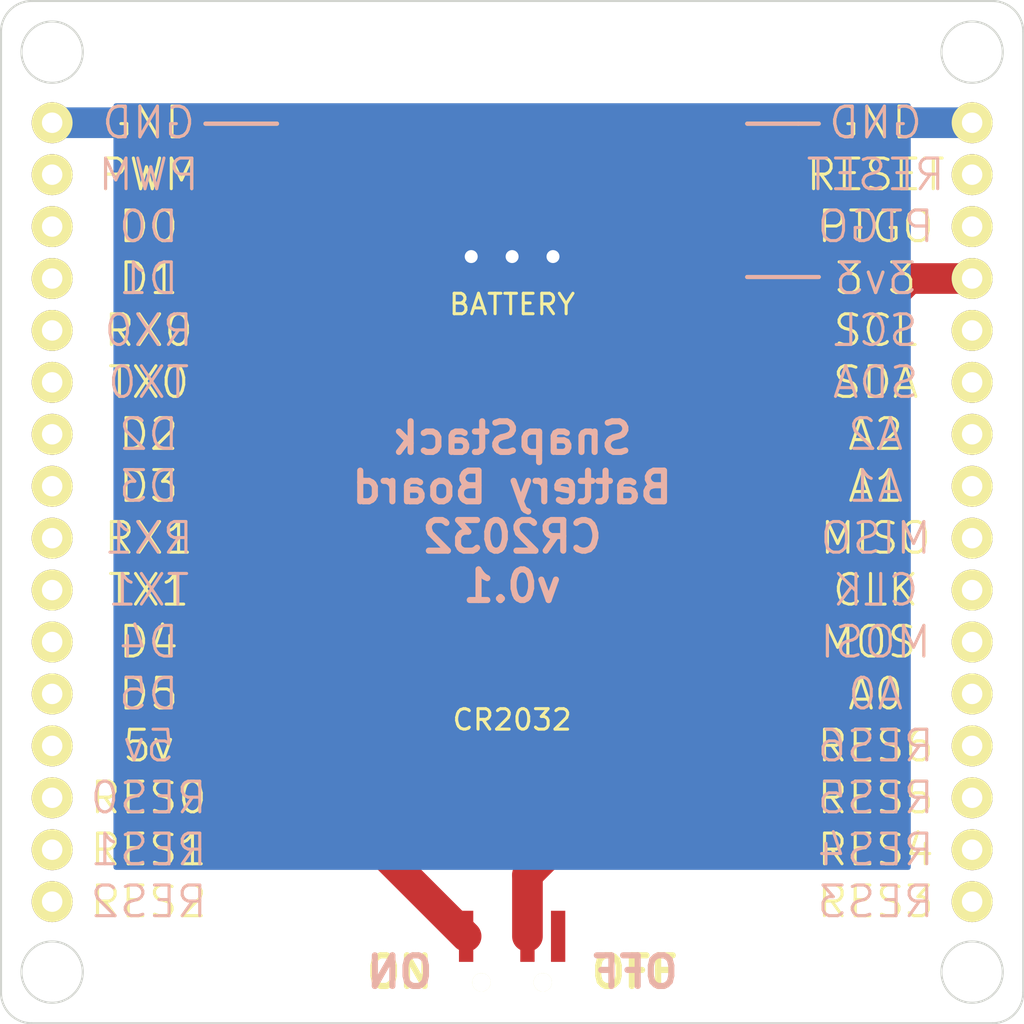
<source format=kicad_pcb>
(kicad_pcb (version 4) (host pcbnew "(2014-12-04 BZR 5312)-product")

  (general
    (links 5)
    (no_connects 0)
    (area 123.449999 79.949999 173.550001 130.050001)
    (thickness 1.6)
    (drawings 25)
    (tracks 22)
    (zones 0)
    (modules 3)
    (nets 33)
  )

  (page A4)
  (layers
    (0 F.Cu signal hide)
    (31 B.Cu signal hide)
    (32 B.Adhes user)
    (33 F.Adhes user)
    (34 B.Paste user)
    (35 F.Paste user)
    (36 B.SilkS user)
    (37 F.SilkS user)
    (38 B.Mask user)
    (39 F.Mask user)
    (40 Dwgs.User user)
    (41 Cmts.User user)
    (42 Eco1.User user)
    (43 Eco2.User user)
    (44 Edge.Cuts user)
    (45 Margin user)
    (46 B.CrtYd user)
    (47 F.CrtYd user)
    (48 B.Fab user)
    (49 F.Fab user)
  )

  (setup
    (last_trace_width 0.254)
    (trace_clearance 0.254)
    (zone_clearance 0.508)
    (zone_45_only no)
    (trace_min 0.254)
    (segment_width 0.2)
    (edge_width 0.1)
    (via_size 0.889)
    (via_drill 0.635)
    (via_min_size 0.889)
    (via_min_drill 0.508)
    (uvia_size 0.508)
    (uvia_drill 0.127)
    (uvias_allowed no)
    (uvia_min_size 0.508)
    (uvia_min_drill 0.127)
    (pcb_text_width 0.3)
    (pcb_text_size 1.5 1.5)
    (mod_edge_width 0.15)
    (mod_text_size 1 1)
    (mod_text_width 0.15)
    (pad_size 0.7 2.5)
    (pad_drill 0)
    (pad_to_mask_clearance 0)
    (aux_axis_origin 0 0)
    (visible_elements 7FFFFFFF)
    (pcbplotparams
      (layerselection 0x00030_80000001)
      (usegerberextensions false)
      (excludeedgelayer true)
      (linewidth 0.100000)
      (plotframeref false)
      (viasonmask false)
      (mode 1)
      (useauxorigin false)
      (hpglpennumber 1)
      (hpglpenspeed 20)
      (hpglpendiameter 15)
      (hpglpenoverlay 2)
      (psnegative false)
      (psa4output false)
      (plotreference true)
      (plotvalue true)
      (plotinvisibletext false)
      (padsonsilk false)
      (subtractmaskfromsilk false)
      (outputformat 1)
      (mirror false)
      (drillshape 1)
      (scaleselection 1)
      (outputdirectory ""))
  )

  (net 0 "")
  (net 1 "Net-(BT1-Pad1)")
  (net 2 "Net-(BT1-Pad2)")
  (net 3 "Net-(U1-Pad2)")
  (net 4 "Net-(U1-Pad3)")
  (net 5 "Net-(U1-Pad4)")
  (net 6 "Net-(U1-Pad5)")
  (net 7 "Net-(U1-Pad6)")
  (net 8 "Net-(U1-Pad7)")
  (net 9 "Net-(U1-Pad8)")
  (net 10 "Net-(U1-Pad9)")
  (net 11 "Net-(U1-Pad10)")
  (net 12 "Net-(U1-Pad11)")
  (net 13 "Net-(U1-Pad12)")
  (net 14 "Net-(U1-Pad13)")
  (net 15 "Net-(U1-Pad14)")
  (net 16 "Net-(U1-Pad15)")
  (net 17 "Net-(U1-Pad16)")
  (net 18 "Net-(U1-Pad31)")
  (net 19 "Net-(U1-Pad30)")
  (net 20 "Net-(SW1-Pad2)")
  (net 21 "Net-(U1-Pad28)")
  (net 22 "Net-(U1-Pad27)")
  (net 23 "Net-(U1-Pad26)")
  (net 24 "Net-(U1-Pad25)")
  (net 25 "Net-(U1-Pad24)")
  (net 26 "Net-(U1-Pad23)")
  (net 27 "Net-(U1-Pad22)")
  (net 28 "Net-(U1-Pad21)")
  (net 29 "Net-(U1-Pad20)")
  (net 30 "Net-(U1-Pad19)")
  (net 31 "Net-(U1-Pad18)")
  (net 32 "Net-(U1-Pad17)")

  (net_class Default "This is the default net class."
    (clearance 0.254)
    (trace_width 0.254)
    (via_dia 0.889)
    (via_drill 0.635)
    (uvia_dia 0.508)
    (uvia_drill 0.127)
  )

  (net_class POWER ""
    (clearance 0.254)
    (trace_width 1.5)
    (via_dia 0.889)
    (via_drill 0.635)
    (uvia_dia 0.508)
    (uvia_drill 0.127)
    (add_net "Net-(BT1-Pad1)")
    (add_net "Net-(BT1-Pad2)")
    (add_net "Net-(SW1-Pad2)")
    (add_net "Net-(U1-Pad10)")
    (add_net "Net-(U1-Pad11)")
    (add_net "Net-(U1-Pad12)")
    (add_net "Net-(U1-Pad13)")
    (add_net "Net-(U1-Pad14)")
    (add_net "Net-(U1-Pad15)")
    (add_net "Net-(U1-Pad16)")
    (add_net "Net-(U1-Pad17)")
    (add_net "Net-(U1-Pad18)")
    (add_net "Net-(U1-Pad19)")
    (add_net "Net-(U1-Pad2)")
    (add_net "Net-(U1-Pad20)")
    (add_net "Net-(U1-Pad21)")
    (add_net "Net-(U1-Pad22)")
    (add_net "Net-(U1-Pad23)")
    (add_net "Net-(U1-Pad24)")
    (add_net "Net-(U1-Pad25)")
    (add_net "Net-(U1-Pad26)")
    (add_net "Net-(U1-Pad27)")
    (add_net "Net-(U1-Pad28)")
    (add_net "Net-(U1-Pad3)")
    (add_net "Net-(U1-Pad30)")
    (add_net "Net-(U1-Pad31)")
    (add_net "Net-(U1-Pad4)")
    (add_net "Net-(U1-Pad5)")
    (add_net "Net-(U1-Pad6)")
    (add_net "Net-(U1-Pad7)")
    (add_net "Net-(U1-Pad8)")
    (add_net "Net-(U1-Pad9)")
  )

  (module _CrumpPrints:SnapStack (layer F.Cu) (tedit 54C9BC5E) (tstamp 54CCEAB4)
    (at 148.5011 105.0036)
    (path /54CC5CF1)
    (fp_text reference U1 (at 0 0) (layer F.SilkS) hide
      (effects (font (size 1.2 1.2) (thickness 0.2)))
    )
    (fp_text value SnapStack (at 0 -17.78) (layer F.SilkS) hide
      (effects (font (size 1.2 1.2) (thickness 0.2)))
    )
    (fp_text user GND (at 17.78 -19.05) (layer B.SilkS)
      (effects (font (size 1.5 1.5) (thickness 0.15)) (justify mirror))
    )
    (fp_text user RES3 (at 17.78 19.05) (layer B.SilkS)
      (effects (font (size 1.5 1.5) (thickness 0.15)) (justify mirror))
    )
    (fp_text user RES4 (at 17.78 16.51) (layer B.SilkS)
      (effects (font (size 1.5 1.5) (thickness 0.15)) (justify mirror))
    )
    (fp_text user RES5 (at 17.78 13.97) (layer B.SilkS)
      (effects (font (size 1.5 1.5) (thickness 0.15)) (justify mirror))
    )
    (fp_text user RES6 (at 17.78 11.43) (layer B.SilkS)
      (effects (font (size 1.5 1.5) (thickness 0.15)) (justify mirror))
    )
    (fp_text user A0 (at 17.78 8.89) (layer B.SilkS)
      (effects (font (size 1.5 1.5) (thickness 0.15)) (justify mirror))
    )
    (fp_text user A1 (at 17.78 -1.27) (layer B.SilkS)
      (effects (font (size 1.5 1.5) (thickness 0.15)) (justify mirror))
    )
    (fp_text user A2 (at 17.78 -3.81) (layer B.SilkS)
      (effects (font (size 1.5 1.5) (thickness 0.15)) (justify mirror))
    )
    (fp_text user MOSI (at 17.78 6.35) (layer B.SilkS)
      (effects (font (size 1.5 1.5) (thickness 0.15)) (justify mirror))
    )
    (fp_text user CLK (at 17.78 3.81) (layer B.SilkS)
      (effects (font (size 1.5 1.5) (thickness 0.15)) (justify mirror))
    )
    (fp_text user MISO (at 17.78 1.27) (layer B.SilkS)
      (effects (font (size 1.5 1.5) (thickness 0.15)) (justify mirror))
    )
    (fp_text user SDA (at 17.78 -6.35) (layer B.SilkS)
      (effects (font (size 1.5 1.5) (thickness 0.15)) (justify mirror))
    )
    (fp_text user SCL (at 17.78 -8.89) (layer B.SilkS)
      (effects (font (size 1.5 1.5) (thickness 0.15)) (justify mirror))
    )
    (fp_text user 3v3 (at 17.78 -11.43) (layer B.SilkS)
      (effects (font (size 1.5 1.5) (thickness 0.15)) (justify mirror))
    )
    (fp_text user PTGO (at 17.78 -13.97) (layer B.SilkS)
      (effects (font (size 1.5 1.5) (thickness 0.15)) (justify mirror))
    )
    (fp_text user RESET (at 17.78 -16.51) (layer B.SilkS)
      (effects (font (size 1.5 1.5) (thickness 0.15)) (justify mirror))
    )
    (fp_text user GND (at -17.78 -19.05) (layer B.SilkS)
      (effects (font (size 1.5 1.5) (thickness 0.15)) (justify mirror))
    )
    (fp_text user PWM (at -17.78 -16.51) (layer B.SilkS)
      (effects (font (size 1.5 1.5) (thickness 0.15)) (justify mirror))
    )
    (fp_text user D0 (at -17.78 -13.97) (layer B.SilkS)
      (effects (font (size 1.5 1.5) (thickness 0.15)) (justify mirror))
    )
    (fp_text user D1 (at -17.78 -11.43) (layer B.SilkS)
      (effects (font (size 1.5 1.5) (thickness 0.15)) (justify mirror))
    )
    (fp_text user RX0 (at -17.78 -8.89) (layer B.SilkS)
      (effects (font (size 1.5 1.5) (thickness 0.15)) (justify mirror))
    )
    (fp_text user TX0 (at -17.78 -6.35) (layer B.SilkS)
      (effects (font (size 1.5 1.5) (thickness 0.15)) (justify mirror))
    )
    (fp_text user D2 (at -17.78 -3.81) (layer B.SilkS)
      (effects (font (size 1.5 1.5) (thickness 0.15)) (justify mirror))
    )
    (fp_text user D3 (at -17.78 -1.27) (layer B.SilkS)
      (effects (font (size 1.5 1.5) (thickness 0.15)) (justify mirror))
    )
    (fp_text user RX1 (at -17.78 1.27) (layer B.SilkS)
      (effects (font (size 1.5 1.5) (thickness 0.15)) (justify mirror))
    )
    (fp_text user TX1 (at -17.78 3.81) (layer B.SilkS)
      (effects (font (size 1.5 1.5) (thickness 0.15)) (justify mirror))
    )
    (fp_text user D4 (at -17.78 6.35) (layer B.SilkS)
      (effects (font (size 1.5 1.5) (thickness 0.15)) (justify mirror))
    )
    (fp_text user D5 (at -17.78 8.89) (layer B.SilkS)
      (effects (font (size 1.5 1.5) (thickness 0.15)) (justify mirror))
    )
    (fp_text user 5v (at -17.78 11.43) (layer B.SilkS)
      (effects (font (size 1.5 1.5) (thickness 0.15)) (justify mirror))
    )
    (fp_text user RES0 (at -17.78 13.97) (layer B.SilkS)
      (effects (font (size 1.5 1.5) (thickness 0.15)) (justify mirror))
    )
    (fp_text user RES1 (at -17.78 16.51) (layer B.SilkS)
      (effects (font (size 1.5 1.5) (thickness 0.15)) (justify mirror))
    )
    (fp_text user RES2 (at -17.78 19.05) (layer B.SilkS)
      (effects (font (size 1.5 1.5) (thickness 0.15)) (justify mirror))
    )
    (fp_text user RESET (at 17.78 -16.51) (layer F.SilkS)
      (effects (font (size 1.5 1.5) (thickness 0.15)))
    )
    (fp_text user PTGO (at 17.78 -13.97) (layer F.SilkS)
      (effects (font (size 1.5 1.5) (thickness 0.15)))
    )
    (fp_text user 3v3 (at 17.78 -11.43) (layer F.SilkS)
      (effects (font (size 1.5 1.5) (thickness 0.15)))
    )
    (fp_text user SCL (at 17.78 -8.89) (layer F.SilkS)
      (effects (font (size 1.5 1.5) (thickness 0.15)))
    )
    (fp_text user SDA (at 17.78 -6.35) (layer F.SilkS)
      (effects (font (size 1.5 1.5) (thickness 0.15)))
    )
    (fp_text user MISO (at 17.78 1.27) (layer F.SilkS)
      (effects (font (size 1.5 1.5) (thickness 0.15)))
    )
    (fp_text user CLK (at 17.78 3.81) (layer F.SilkS)
      (effects (font (size 1.5 1.5) (thickness 0.15)))
    )
    (fp_text user MOSI (at 17.78 6.35) (layer F.SilkS)
      (effects (font (size 1.5 1.5) (thickness 0.15)))
    )
    (fp_text user A2 (at 17.78 -3.81) (layer F.SilkS)
      (effects (font (size 1.5 1.5) (thickness 0.15)))
    )
    (fp_text user A1 (at 17.78 -1.27) (layer F.SilkS)
      (effects (font (size 1.5 1.5) (thickness 0.15)))
    )
    (fp_text user A0 (at 17.78 8.89) (layer F.SilkS)
      (effects (font (size 1.5 1.5) (thickness 0.15)))
    )
    (fp_text user RES6 (at 17.78 11.43) (layer F.SilkS)
      (effects (font (size 1.5 1.5) (thickness 0.15)))
    )
    (fp_text user RES5 (at 17.78 13.97) (layer F.SilkS)
      (effects (font (size 1.5 1.5) (thickness 0.15)))
    )
    (fp_text user RES4 (at 17.78 16.51) (layer F.SilkS)
      (effects (font (size 1.5 1.5) (thickness 0.15)))
    )
    (fp_text user RES3 (at 17.78 19.05) (layer F.SilkS)
      (effects (font (size 1.5 1.5) (thickness 0.15)))
    )
    (fp_text user RES2 (at -17.78 19.05) (layer F.SilkS)
      (effects (font (size 1.5 1.5) (thickness 0.15)))
    )
    (fp_text user RES1 (at -17.78 16.51) (layer F.SilkS)
      (effects (font (size 1.5 1.5) (thickness 0.15)))
    )
    (fp_text user RES0 (at -17.78 13.97) (layer F.SilkS)
      (effects (font (size 1.5 1.5) (thickness 0.15)))
    )
    (fp_text user 5v (at -17.78 11.43) (layer F.SilkS)
      (effects (font (size 1.5 1.5) (thickness 0.15)))
    )
    (fp_text user D5 (at -17.78 8.89) (layer F.SilkS)
      (effects (font (size 1.5 1.5) (thickness 0.15)))
    )
    (fp_text user D4 (at -17.78 6.35) (layer F.SilkS)
      (effects (font (size 1.5 1.5) (thickness 0.15)))
    )
    (fp_text user TX1 (at -17.78 3.81) (layer F.SilkS)
      (effects (font (size 1.5 1.5) (thickness 0.15)))
    )
    (fp_text user RX1 (at -17.78 1.27) (layer F.SilkS)
      (effects (font (size 1.5 1.5) (thickness 0.15)))
    )
    (fp_text user D3 (at -17.78 -1.27) (layer F.SilkS)
      (effects (font (size 1.5 1.5) (thickness 0.15)))
    )
    (fp_text user D2 (at -17.78 -3.81) (layer F.SilkS)
      (effects (font (size 1.5 1.5) (thickness 0.15)))
    )
    (fp_text user TX0 (at -17.78 -6.35) (layer F.SilkS)
      (effects (font (size 1.5 1.5) (thickness 0.15)))
    )
    (fp_text user RX0 (at -17.78 -8.89) (layer F.SilkS)
      (effects (font (size 1.5 1.5) (thickness 0.15)))
    )
    (fp_text user D1 (at -17.78 -11.43) (layer F.SilkS)
      (effects (font (size 1.5 1.5) (thickness 0.15)))
    )
    (fp_text user D0 (at -17.78 -13.97) (layer F.SilkS)
      (effects (font (size 1.5 1.5) (thickness 0.15)))
    )
    (fp_text user PWM (at -17.78 -16.51) (layer F.SilkS)
      (effects (font (size 1.5 1.5) (thickness 0.15)))
    )
    (fp_text user GND (at 17.78 -19.05) (layer F.SilkS)
      (effects (font (size 1.5 1.5) (thickness 0.15)))
    )
    (fp_text user GND (at -17.78 -19.05) (layer F.SilkS)
      (effects (font (size 1.5 1.5) (thickness 0.15)))
    )
    (pad 1 thru_hole oval (at -22.5 -19.05) (size 2 2) (drill 1) (layers *.Cu *.Mask F.SilkS)
      (net 2 "Net-(BT1-Pad2)"))
    (pad 2 thru_hole oval (at -22.5 -16.51) (size 2 2) (drill 1) (layers *.Cu *.Mask F.SilkS)
      (net 3 "Net-(U1-Pad2)"))
    (pad 3 thru_hole oval (at -22.5 -13.97) (size 2 2) (drill 1) (layers *.Cu *.Mask F.SilkS)
      (net 4 "Net-(U1-Pad3)"))
    (pad 4 thru_hole oval (at -22.5 -11.43) (size 2 2) (drill 1) (layers *.Cu *.Mask F.SilkS)
      (net 5 "Net-(U1-Pad4)"))
    (pad 5 thru_hole oval (at -22.5 -8.89) (size 2 2) (drill 1) (layers *.Cu *.Mask F.SilkS)
      (net 6 "Net-(U1-Pad5)"))
    (pad 6 thru_hole oval (at -22.5 -6.35) (size 2 2) (drill 1) (layers *.Cu *.Mask F.SilkS)
      (net 7 "Net-(U1-Pad6)"))
    (pad 7 thru_hole oval (at -22.5 -3.81) (size 2 2) (drill 1) (layers *.Cu *.Mask F.SilkS)
      (net 8 "Net-(U1-Pad7)"))
    (pad 8 thru_hole oval (at -22.5 -1.27) (size 2 2) (drill 1) (layers *.Cu *.Mask F.SilkS)
      (net 9 "Net-(U1-Pad8)"))
    (pad 9 thru_hole oval (at -22.5 1.27) (size 2 2) (drill 1) (layers *.Cu *.Mask F.SilkS)
      (net 10 "Net-(U1-Pad9)"))
    (pad 10 thru_hole oval (at -22.5 3.81) (size 2 2) (drill 1) (layers *.Cu *.Mask F.SilkS)
      (net 11 "Net-(U1-Pad10)"))
    (pad 11 thru_hole oval (at -22.5 6.35) (size 2 2) (drill 1) (layers *.Cu *.Mask F.SilkS)
      (net 12 "Net-(U1-Pad11)"))
    (pad 12 thru_hole oval (at -22.5 8.89) (size 2 2) (drill 1) (layers *.Cu *.Mask F.SilkS)
      (net 13 "Net-(U1-Pad12)"))
    (pad 13 thru_hole oval (at -22.5 11.43) (size 2 2) (drill 1) (layers *.Cu *.Mask F.SilkS)
      (net 14 "Net-(U1-Pad13)"))
    (pad 14 thru_hole oval (at -22.5 13.97) (size 2 2) (drill 1) (layers *.Cu *.Mask F.SilkS)
      (net 15 "Net-(U1-Pad14)"))
    (pad 15 thru_hole oval (at -22.5 16.51) (size 2 2) (drill 1) (layers *.Cu *.Mask F.SilkS)
      (net 16 "Net-(U1-Pad15)"))
    (pad 16 thru_hole oval (at -22.5 19.05) (size 2 2) (drill 1) (layers *.Cu *.Mask F.SilkS)
      (net 17 "Net-(U1-Pad16)"))
    (pad 32 thru_hole oval (at 22.5 -19.05) (size 2 2) (drill 1) (layers *.Cu *.Mask F.SilkS)
      (net 2 "Net-(BT1-Pad2)"))
    (pad 31 thru_hole oval (at 22.5 -16.51) (size 2 2) (drill 1) (layers *.Cu *.Mask F.SilkS)
      (net 18 "Net-(U1-Pad31)"))
    (pad 30 thru_hole oval (at 22.5 -13.97) (size 2 2) (drill 1) (layers *.Cu *.Mask F.SilkS)
      (net 19 "Net-(U1-Pad30)"))
    (pad 29 thru_hole oval (at 22.5 -11.43) (size 2 2) (drill 1) (layers *.Cu *.Mask F.SilkS)
      (net 20 "Net-(SW1-Pad2)"))
    (pad 28 thru_hole oval (at 22.5 -8.89) (size 2 2) (drill 1) (layers *.Cu *.Mask F.SilkS)
      (net 21 "Net-(U1-Pad28)"))
    (pad 27 thru_hole oval (at 22.5 -6.35) (size 2 2) (drill 1) (layers *.Cu *.Mask F.SilkS)
      (net 22 "Net-(U1-Pad27)"))
    (pad 26 thru_hole oval (at 22.5 -3.81) (size 2 2) (drill 1) (layers *.Cu *.Mask F.SilkS)
      (net 23 "Net-(U1-Pad26)"))
    (pad 25 thru_hole oval (at 22.5 -1.27) (size 2 2) (drill 1) (layers *.Cu *.Mask F.SilkS)
      (net 24 "Net-(U1-Pad25)"))
    (pad 24 thru_hole oval (at 22.5 1.27) (size 2 2) (drill 1) (layers *.Cu *.Mask F.SilkS)
      (net 25 "Net-(U1-Pad24)"))
    (pad 23 thru_hole oval (at 22.5 3.81) (size 2 2) (drill 1) (layers *.Cu *.Mask F.SilkS)
      (net 26 "Net-(U1-Pad23)"))
    (pad 22 thru_hole oval (at 22.5 6.35) (size 2 2) (drill 1) (layers *.Cu *.Mask F.SilkS)
      (net 27 "Net-(U1-Pad22)"))
    (pad 21 thru_hole oval (at 22.5 8.89) (size 2 2) (drill 1) (layers *.Cu *.Mask F.SilkS)
      (net 28 "Net-(U1-Pad21)"))
    (pad 20 thru_hole oval (at 22.5 11.43) (size 2 2) (drill 1) (layers *.Cu *.Mask F.SilkS)
      (net 29 "Net-(U1-Pad20)"))
    (pad 19 thru_hole oval (at 22.5 13.97) (size 2 2) (drill 1) (layers *.Cu *.Mask F.SilkS)
      (net 30 "Net-(U1-Pad19)"))
    (pad 18 thru_hole oval (at 22.5 16.51) (size 2 2) (drill 1) (layers *.Cu *.Mask F.SilkS)
      (net 31 "Net-(U1-Pad18)"))
    (pad 17 thru_hole oval (at 22.5 19.05) (size 2 2) (drill 1) (layers *.Cu *.Mask F.SilkS)
      (net 32 "Net-(U1-Pad17)"))
  )

  (module _CrumpPrints:CR2032_HOLDER (layer F.Cu) (tedit 54CEE4D8) (tstamp 54CCEA90)
    (at 148.5 105)
    (descr http://www.mouser.com/ds/2/238/bat-hld-001-220194.pdf)
    (tags "Linx Battery Holder 2032 bat-hld-001")
    (path /54CC5D1A)
    (fp_text reference CR2032 (at 0 10.16) (layer F.SilkS)
      (effects (font (size 1 1) (thickness 0.15)))
    )
    (fp_text value BATTERY (at 0 -10.16) (layer F.SilkS)
      (effects (font (size 1 1) (thickness 0.15)))
    )
    (pad 1 smd rect (at -11.45 0) (size 2.5 5.1) (layers F.Cu F.Paste F.Mask)
      (net 1 "Net-(BT1-Pad1)"))
    (pad 1 smd rect (at 11.45 0) (size 2.5 5.1) (layers F.Cu F.Paste F.Mask)
      (net 1 "Net-(BT1-Pad1)"))
    (pad 2 smd circle (at 0 0) (size 17.8 17.8) (layers F.Cu F.Paste F.Mask)
      (net 2 "Net-(BT1-Pad2)"))
  )

  (module _CrumpPrints:SPDT_slide_switch (layer F.Cu) (tedit 54CEE4E3) (tstamp 54CCEF27)
    (at 148.5 128)
    (descr http://www.alps.com/prod/info/E/HTML/Switch/Slide/SSSS8/SSSS810701.html)
    (tags "SPDT, slide, switch, alps, ssss810701")
    (path /54CC5DFF)
    (fp_text reference SW1 (at 0 2.54) (layer F.SilkS) hide
      (effects (font (size 1 1) (thickness 0.15)))
    )
    (fp_text value SPST (at 0 -5.08) (layer F.SilkS) hide
      (effects (font (size 1 1) (thickness 0.15)))
    )
    (pad "" np_thru_hole circle (at 1.5 0) (size 0.9 0.9) (drill 0.9) (layers *.Cu *.Mask F.SilkS))
    (pad "" np_thru_hole circle (at -1.5 0) (size 0.9 0.9) (drill 0.9) (layers *.Cu *.Mask F.SilkS))
    (pad 1 smd rect (at -2.25 -2.25) (size 0.7 2.5) (layers F.Cu F.Paste F.Mask)
      (net 1 "Net-(BT1-Pad1)"))
    (pad 2 smd rect (at 0.75 -2.25) (size 0.7 2.5) (layers F.Cu F.Paste F.Mask)
      (net 20 "Net-(SW1-Pad2)"))
    (pad 3 smd rect (at 2.25 -2.25) (size 0.7 2.5) (layers F.Cu F.Paste F.Mask))
  )

  (gr_line (start 160 93.5) (end 163.5 93.5) (angle 90) (layer B.SilkS) (width 0.2))
  (gr_line (start 160 86) (end 163.5 86) (angle 90) (layer B.SilkS) (width 0.2))
  (gr_line (start 133.5 86) (end 137 86) (angle 90) (layer B.SilkS) (width 0.2))
  (gr_line (start 137 86) (end 133.5 86) (angle 90) (layer F.SilkS) (width 0.2))
  (gr_line (start 162.5 93.5) (end 160 93.5) (angle 90) (layer F.SilkS) (width 0.2))
  (gr_line (start 162.5 86) (end 160 86) (angle 90) (layer F.SilkS) (width 0.2))
  (gr_line (start 163.5 93.5) (end 162.5 93.5) (angle 90) (layer F.SilkS) (width 0.2))
  (gr_line (start 163.5 86) (end 162.5 86) (angle 90) (layer F.SilkS) (width 0.2))
  (gr_text "SnapStack\nBattery Board\nCR2032\nv0.1" (at 148.5 105) (layer B.SilkS)
    (effects (font (size 1.5 1.5) (thickness 0.3)) (justify mirror))
  )
  (gr_text ON (at 143 127.5) (layer F.SilkS)
    (effects (font (size 1.5 1.5) (thickness 0.3)))
  )
  (gr_text OFF (at 154.5 127.5) (layer B.SilkS)
    (effects (font (size 1.5 1.5) (thickness 0.3)) (justify mirror))
  )
  (gr_text OFF (at 154.5 127.5) (layer F.SilkS)
    (effects (font (size 1.5 1.5) (thickness 0.3)))
  )
  (gr_text ON (at 143 127.5) (layer B.SilkS)
    (effects (font (size 1.5 1.5) (thickness 0.3)) (justify mirror))
  )
  (gr_circle (center 171 127.5) (end 171 129) (layer Edge.Cuts) (width 0.1))
  (gr_circle (center 126 127.5) (end 126 126) (layer Edge.Cuts) (width 0.1))
  (gr_circle (center 126 82.5) (end 126 81) (layer Edge.Cuts) (width 0.1))
  (gr_circle (center 171 82.5) (end 169.5 82.5) (layer Edge.Cuts) (width 0.1))
  (gr_line (start 123.5 81.5) (end 123.5 128.5) (angle 90) (layer Edge.Cuts) (width 0.1))
  (gr_line (start 172 80) (end 125 80) (angle 90) (layer Edge.Cuts) (width 0.1))
  (gr_line (start 173.5 128.5) (end 173.5 81.5) (angle 90) (layer Edge.Cuts) (width 0.1))
  (gr_line (start 125 130) (end 172 130) (angle 90) (layer Edge.Cuts) (width 0.1))
  (gr_arc (start 172 128.5) (end 173.5 128.5) (angle 90) (layer Edge.Cuts) (width 0.1))
  (gr_arc (start 125 128.5) (end 125 130) (angle 90) (layer Edge.Cuts) (width 0.1))
  (gr_arc (start 172 81.5) (end 172 80) (angle 90) (layer Edge.Cuts) (width 0.1))
  (gr_arc (start 125 81.5) (end 123.5 81.5) (angle 90) (layer Edge.Cuts) (width 0.1))

  (segment (start 159.95 105) (end 159.95 108.55) (width 1.5) (layer F.Cu) (net 1))
  (segment (start 149.5 119) (end 139.5 119) (width 1.5) (layer F.Cu) (net 1) (tstamp 54CEE3D0))
  (segment (start 159.95 108.55) (end 149.5 119) (width 1.5) (layer F.Cu) (net 1) (tstamp 54CEE3CC))
  (segment (start 137.05 105) (end 137.05 116.55) (width 1.5) (layer F.Cu) (net 1))
  (segment (start 137.05 116.55) (end 139.5 119) (width 1.5) (layer F.Cu) (net 1) (tstamp 54CEE3A9))
  (segment (start 139.5 119) (end 146.25 125.75) (width 1.5) (layer F.Cu) (net 1) (tstamp 54CEE3D9))
  (segment (start 171.0011 85.9536) (end 167.5464 85.9536) (width 1.5) (layer B.Cu) (net 2))
  (segment (start 167.5464 85.9536) (end 166 87.5) (width 1.5) (layer B.Cu) (net 2) (tstamp 54CEE3F3))
  (segment (start 126.0011 85.9536) (end 129.4536 85.9536) (width 1.5) (layer B.Cu) (net 2))
  (segment (start 129.4536 85.9536) (end 130.5 87) (width 1.5) (layer B.Cu) (net 2) (tstamp 54CEE3EF))
  (segment (start 148.5 94.5) (end 146.5 92.5) (width 1.5) (layer F.Cu) (net 2))
  (via (at 146.5 92.5) (size 0.889) (layers F.Cu B.Cu) (net 2))
  (segment (start 148.5 105) (end 148.5 94.5) (width 1.5) (layer F.Cu) (net 2))
  (via (at 150.5 92.5) (size 0.889) (layers F.Cu B.Cu) (net 2))
  (segment (start 148.5 94.5) (end 150.5 92.5) (width 1.5) (layer F.Cu) (net 2) (tstamp 54CEE491))
  (segment (start 148.5 105) (end 148.5 92.5) (width 1.5) (layer F.Cu) (net 2))
  (via (at 148.5 92.5) (size 0.889) (layers F.Cu B.Cu) (net 2))
  (segment (start 149.25 125.75) (end 149.25 122.75) (width 1.5) (layer F.Cu) (net 20))
  (segment (start 167.9264 93.5736) (end 171.0011 93.5736) (width 1.5) (layer F.Cu) (net 20) (tstamp 54CEE3BB))
  (segment (start 166 95.5) (end 167.9264 93.5736) (width 1.5) (layer F.Cu) (net 20) (tstamp 54CEE3B7))
  (segment (start 166 106) (end 166 95.5) (width 1.5) (layer F.Cu) (net 20) (tstamp 54CEE3B5))
  (segment (start 149.25 122.75) (end 166 106) (width 1.5) (layer F.Cu) (net 20) (tstamp 54CEE3B4))

  (zone (net 2) (net_name "Net-(BT1-Pad2)") (layer B.Cu) (tstamp 54CEE2B0) (hatch edge 0.508)
    (connect_pads (clearance 0.508))
    (min_thickness 0.254)
    (fill yes (arc_segments 16) (thermal_gap 0.508) (thermal_bridge_width 0.508))
    (polygon
      (pts
        (xy 168 122.5) (xy 129 122.5) (xy 129 85) (xy 168 85)
      )
    )
    (filled_polygon
      (pts
        (xy 167.873 122.373) (xy 129.127 122.373) (xy 129.127 85.127) (xy 167.873 85.127) (xy 167.873 122.373)
      )
    )
  )
)

</source>
